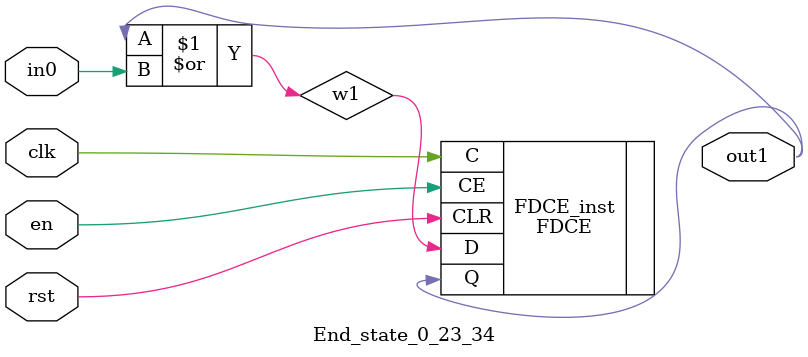
<source format=v>
module engine_0_23(out,clk,sod,en, in_3, in_4, in_5, in_6, in_7, in_9, in_12, in_13, in_15, in_16, in_17, in_18, in_19, in_21, in_29, in_30, in_35, in_38);
//pcre: /greenherbalteagirlholdingcup\d+\.gif/Ui
//block char: N[0], O[0], L[0], G[0], I[0], H[0], \x2E[8], \d[5], a[0], r[0], e[0], c[0], d[0], p[0], u[0], t[0], f[0], B[0], 

	input clk,sod,en;

	input in_3, in_4, in_5, in_6, in_7, in_9, in_12, in_13, in_15, in_16, in_17, in_18, in_19, in_21, in_29, in_30, in_35, in_38;
	output out;

	assign w0 = 1'b1;
	state_0_23_1 BlockState_0_23_1 (w1,in_6,clk,en,sod,w0);
	state_0_23_2 BlockState_0_23_2 (w2,in_16,clk,en,sod,w1);
	state_0_23_3 BlockState_0_23_3 (w3,in_17,clk,en,sod,w2);
	state_0_23_4 BlockState_0_23_4 (w4,in_17,clk,en,sod,w3);
	state_0_23_5 BlockState_0_23_5 (w5,in_3,clk,en,sod,w4);
	state_0_23_6 BlockState_0_23_6 (w6,in_9,clk,en,sod,w5);
	state_0_23_7 BlockState_0_23_7 (w7,in_17,clk,en,sod,w6);
	state_0_23_8 BlockState_0_23_8 (w8,in_16,clk,en,sod,w7);
	state_0_23_9 BlockState_0_23_9 (w9,in_38,clk,en,sod,w8);
	state_0_23_10 BlockState_0_23_10 (w10,in_15,clk,en,sod,w9);
	state_0_23_11 BlockState_0_23_11 (w11,in_5,clk,en,sod,w10);
	state_0_23_12 BlockState_0_23_12 (w12,in_30,clk,en,sod,w11);
	state_0_23_13 BlockState_0_23_13 (w13,in_17,clk,en,sod,w12);
	state_0_23_14 BlockState_0_23_14 (w14,in_15,clk,en,sod,w13);
	state_0_23_15 BlockState_0_23_15 (w15,in_6,clk,en,sod,w14);
	state_0_23_16 BlockState_0_23_16 (w16,in_7,clk,en,sod,w15);
	state_0_23_17 BlockState_0_23_17 (w17,in_16,clk,en,sod,w16);
	state_0_23_18 BlockState_0_23_18 (w18,in_5,clk,en,sod,w17);
	state_0_23_19 BlockState_0_23_19 (w19,in_9,clk,en,sod,w18);
	state_0_23_20 BlockState_0_23_20 (w20,in_4,clk,en,sod,w19);
	state_0_23_21 BlockState_0_23_21 (w21,in_5,clk,en,sod,w20);
	state_0_23_22 BlockState_0_23_22 (w22,in_19,clk,en,sod,w21);
	state_0_23_23 BlockState_0_23_23 (w23,in_7,clk,en,sod,w22);
	state_0_23_24 BlockState_0_23_24 (w24,in_3,clk,en,sod,w23);
	state_0_23_25 BlockState_0_23_25 (w25,in_6,clk,en,sod,w24);
	state_0_23_26 BlockState_0_23_26 (w26,in_18,clk,en,sod,w25);
	state_0_23_27 BlockState_0_23_27 (w27,in_29,clk,en,sod,w26);
	state_0_23_28 BlockState_0_23_28 (w28,in_21,clk,en,sod,w27);
	state_0_23_29 BlockState_0_23_29 (w29,in_13,clk,en,sod,w29,w28);
	state_0_23_30 BlockState_0_23_30 (w30,in_12,clk,en,sod,w29);
	state_0_23_31 BlockState_0_23_31 (w31,in_6,clk,en,sod,w30);
	state_0_23_32 BlockState_0_23_32 (w32,in_7,clk,en,sod,w31);
	state_0_23_33 BlockState_0_23_33 (w33,in_35,clk,en,sod,w32);
	End_state_0_23_34 BlockState_0_23_34 (out,clk,en,sod,w33);
endmodule

module state_0_23_1(out1,in_char,clk,en,rst,in0);
	input in_char,clk,en,rst,in0;
	output out1;
	wire w1,w2;
	assign w1 = in0; 
	and(w2,in_char,w1);
	FDCE #(.INIT(1'b0)) FDCE_inst (
		.Q(out1),
		.C(clk),
		.CE(en),
		.CLR(rst),
		.D(w2)
);
endmodule

module state_0_23_2(out1,in_char,clk,en,rst,in0);
	input in_char,clk,en,rst,in0;
	output out1;
	wire w1,w2;
	assign w1 = in0; 
	and(w2,in_char,w1);
	FDCE #(.INIT(1'b0)) FDCE_inst (
		.Q(out1),
		.C(clk),
		.CE(en),
		.CLR(rst),
		.D(w2)
);
endmodule

module state_0_23_3(out1,in_char,clk,en,rst,in0);
	input in_char,clk,en,rst,in0;
	output out1;
	wire w1,w2;
	assign w1 = in0; 
	and(w2,in_char,w1);
	FDCE #(.INIT(1'b0)) FDCE_inst (
		.Q(out1),
		.C(clk),
		.CE(en),
		.CLR(rst),
		.D(w2)
);
endmodule

module state_0_23_4(out1,in_char,clk,en,rst,in0);
	input in_char,clk,en,rst,in0;
	output out1;
	wire w1,w2;
	assign w1 = in0; 
	and(w2,in_char,w1);
	FDCE #(.INIT(1'b0)) FDCE_inst (
		.Q(out1),
		.C(clk),
		.CE(en),
		.CLR(rst),
		.D(w2)
);
endmodule

module state_0_23_5(out1,in_char,clk,en,rst,in0);
	input in_char,clk,en,rst,in0;
	output out1;
	wire w1,w2;
	assign w1 = in0; 
	and(w2,in_char,w1);
	FDCE #(.INIT(1'b0)) FDCE_inst (
		.Q(out1),
		.C(clk),
		.CE(en),
		.CLR(rst),
		.D(w2)
);
endmodule

module state_0_23_6(out1,in_char,clk,en,rst,in0);
	input in_char,clk,en,rst,in0;
	output out1;
	wire w1,w2;
	assign w1 = in0; 
	and(w2,in_char,w1);
	FDCE #(.INIT(1'b0)) FDCE_inst (
		.Q(out1),
		.C(clk),
		.CE(en),
		.CLR(rst),
		.D(w2)
);
endmodule

module state_0_23_7(out1,in_char,clk,en,rst,in0);
	input in_char,clk,en,rst,in0;
	output out1;
	wire w1,w2;
	assign w1 = in0; 
	and(w2,in_char,w1);
	FDCE #(.INIT(1'b0)) FDCE_inst (
		.Q(out1),
		.C(clk),
		.CE(en),
		.CLR(rst),
		.D(w2)
);
endmodule

module state_0_23_8(out1,in_char,clk,en,rst,in0);
	input in_char,clk,en,rst,in0;
	output out1;
	wire w1,w2;
	assign w1 = in0; 
	and(w2,in_char,w1);
	FDCE #(.INIT(1'b0)) FDCE_inst (
		.Q(out1),
		.C(clk),
		.CE(en),
		.CLR(rst),
		.D(w2)
);
endmodule

module state_0_23_9(out1,in_char,clk,en,rst,in0);
	input in_char,clk,en,rst,in0;
	output out1;
	wire w1,w2;
	assign w1 = in0; 
	and(w2,in_char,w1);
	FDCE #(.INIT(1'b0)) FDCE_inst (
		.Q(out1),
		.C(clk),
		.CE(en),
		.CLR(rst),
		.D(w2)
);
endmodule

module state_0_23_10(out1,in_char,clk,en,rst,in0);
	input in_char,clk,en,rst,in0;
	output out1;
	wire w1,w2;
	assign w1 = in0; 
	and(w2,in_char,w1);
	FDCE #(.INIT(1'b0)) FDCE_inst (
		.Q(out1),
		.C(clk),
		.CE(en),
		.CLR(rst),
		.D(w2)
);
endmodule

module state_0_23_11(out1,in_char,clk,en,rst,in0);
	input in_char,clk,en,rst,in0;
	output out1;
	wire w1,w2;
	assign w1 = in0; 
	and(w2,in_char,w1);
	FDCE #(.INIT(1'b0)) FDCE_inst (
		.Q(out1),
		.C(clk),
		.CE(en),
		.CLR(rst),
		.D(w2)
);
endmodule

module state_0_23_12(out1,in_char,clk,en,rst,in0);
	input in_char,clk,en,rst,in0;
	output out1;
	wire w1,w2;
	assign w1 = in0; 
	and(w2,in_char,w1);
	FDCE #(.INIT(1'b0)) FDCE_inst (
		.Q(out1),
		.C(clk),
		.CE(en),
		.CLR(rst),
		.D(w2)
);
endmodule

module state_0_23_13(out1,in_char,clk,en,rst,in0);
	input in_char,clk,en,rst,in0;
	output out1;
	wire w1,w2;
	assign w1 = in0; 
	and(w2,in_char,w1);
	FDCE #(.INIT(1'b0)) FDCE_inst (
		.Q(out1),
		.C(clk),
		.CE(en),
		.CLR(rst),
		.D(w2)
);
endmodule

module state_0_23_14(out1,in_char,clk,en,rst,in0);
	input in_char,clk,en,rst,in0;
	output out1;
	wire w1,w2;
	assign w1 = in0; 
	and(w2,in_char,w1);
	FDCE #(.INIT(1'b0)) FDCE_inst (
		.Q(out1),
		.C(clk),
		.CE(en),
		.CLR(rst),
		.D(w2)
);
endmodule

module state_0_23_15(out1,in_char,clk,en,rst,in0);
	input in_char,clk,en,rst,in0;
	output out1;
	wire w1,w2;
	assign w1 = in0; 
	and(w2,in_char,w1);
	FDCE #(.INIT(1'b0)) FDCE_inst (
		.Q(out1),
		.C(clk),
		.CE(en),
		.CLR(rst),
		.D(w2)
);
endmodule

module state_0_23_16(out1,in_char,clk,en,rst,in0);
	input in_char,clk,en,rst,in0;
	output out1;
	wire w1,w2;
	assign w1 = in0; 
	and(w2,in_char,w1);
	FDCE #(.INIT(1'b0)) FDCE_inst (
		.Q(out1),
		.C(clk),
		.CE(en),
		.CLR(rst),
		.D(w2)
);
endmodule

module state_0_23_17(out1,in_char,clk,en,rst,in0);
	input in_char,clk,en,rst,in0;
	output out1;
	wire w1,w2;
	assign w1 = in0; 
	and(w2,in_char,w1);
	FDCE #(.INIT(1'b0)) FDCE_inst (
		.Q(out1),
		.C(clk),
		.CE(en),
		.CLR(rst),
		.D(w2)
);
endmodule

module state_0_23_18(out1,in_char,clk,en,rst,in0);
	input in_char,clk,en,rst,in0;
	output out1;
	wire w1,w2;
	assign w1 = in0; 
	and(w2,in_char,w1);
	FDCE #(.INIT(1'b0)) FDCE_inst (
		.Q(out1),
		.C(clk),
		.CE(en),
		.CLR(rst),
		.D(w2)
);
endmodule

module state_0_23_19(out1,in_char,clk,en,rst,in0);
	input in_char,clk,en,rst,in0;
	output out1;
	wire w1,w2;
	assign w1 = in0; 
	and(w2,in_char,w1);
	FDCE #(.INIT(1'b0)) FDCE_inst (
		.Q(out1),
		.C(clk),
		.CE(en),
		.CLR(rst),
		.D(w2)
);
endmodule

module state_0_23_20(out1,in_char,clk,en,rst,in0);
	input in_char,clk,en,rst,in0;
	output out1;
	wire w1,w2;
	assign w1 = in0; 
	and(w2,in_char,w1);
	FDCE #(.INIT(1'b0)) FDCE_inst (
		.Q(out1),
		.C(clk),
		.CE(en),
		.CLR(rst),
		.D(w2)
);
endmodule

module state_0_23_21(out1,in_char,clk,en,rst,in0);
	input in_char,clk,en,rst,in0;
	output out1;
	wire w1,w2;
	assign w1 = in0; 
	and(w2,in_char,w1);
	FDCE #(.INIT(1'b0)) FDCE_inst (
		.Q(out1),
		.C(clk),
		.CE(en),
		.CLR(rst),
		.D(w2)
);
endmodule

module state_0_23_22(out1,in_char,clk,en,rst,in0);
	input in_char,clk,en,rst,in0;
	output out1;
	wire w1,w2;
	assign w1 = in0; 
	and(w2,in_char,w1);
	FDCE #(.INIT(1'b0)) FDCE_inst (
		.Q(out1),
		.C(clk),
		.CE(en),
		.CLR(rst),
		.D(w2)
);
endmodule

module state_0_23_23(out1,in_char,clk,en,rst,in0);
	input in_char,clk,en,rst,in0;
	output out1;
	wire w1,w2;
	assign w1 = in0; 
	and(w2,in_char,w1);
	FDCE #(.INIT(1'b0)) FDCE_inst (
		.Q(out1),
		.C(clk),
		.CE(en),
		.CLR(rst),
		.D(w2)
);
endmodule

module state_0_23_24(out1,in_char,clk,en,rst,in0);
	input in_char,clk,en,rst,in0;
	output out1;
	wire w1,w2;
	assign w1 = in0; 
	and(w2,in_char,w1);
	FDCE #(.INIT(1'b0)) FDCE_inst (
		.Q(out1),
		.C(clk),
		.CE(en),
		.CLR(rst),
		.D(w2)
);
endmodule

module state_0_23_25(out1,in_char,clk,en,rst,in0);
	input in_char,clk,en,rst,in0;
	output out1;
	wire w1,w2;
	assign w1 = in0; 
	and(w2,in_char,w1);
	FDCE #(.INIT(1'b0)) FDCE_inst (
		.Q(out1),
		.C(clk),
		.CE(en),
		.CLR(rst),
		.D(w2)
);
endmodule

module state_0_23_26(out1,in_char,clk,en,rst,in0);
	input in_char,clk,en,rst,in0;
	output out1;
	wire w1,w2;
	assign w1 = in0; 
	and(w2,in_char,w1);
	FDCE #(.INIT(1'b0)) FDCE_inst (
		.Q(out1),
		.C(clk),
		.CE(en),
		.CLR(rst),
		.D(w2)
);
endmodule

module state_0_23_27(out1,in_char,clk,en,rst,in0);
	input in_char,clk,en,rst,in0;
	output out1;
	wire w1,w2;
	assign w1 = in0; 
	and(w2,in_char,w1);
	FDCE #(.INIT(1'b0)) FDCE_inst (
		.Q(out1),
		.C(clk),
		.CE(en),
		.CLR(rst),
		.D(w2)
);
endmodule

module state_0_23_28(out1,in_char,clk,en,rst,in0);
	input in_char,clk,en,rst,in0;
	output out1;
	wire w1,w2;
	assign w1 = in0; 
	and(w2,in_char,w1);
	FDCE #(.INIT(1'b0)) FDCE_inst (
		.Q(out1),
		.C(clk),
		.CE(en),
		.CLR(rst),
		.D(w2)
);
endmodule

module state_0_23_29(out1,in_char,clk,en,rst,in0,in1);
	input in_char,clk,en,rst,in0,in1;
	output out1;
	wire w1,w2;
	or(w1,in0,in1);
	and(w2,in_char,w1);
	FDCE #(.INIT(1'b0)) FDCE_inst (
		.Q(out1),
		.C(clk),
		.CE(en),
		.CLR(rst),
		.D(w2)
);
endmodule

module state_0_23_30(out1,in_char,clk,en,rst,in0);
	input in_char,clk,en,rst,in0;
	output out1;
	wire w1,w2;
	assign w1 = in0; 
	and(w2,in_char,w1);
	FDCE #(.INIT(1'b0)) FDCE_inst (
		.Q(out1),
		.C(clk),
		.CE(en),
		.CLR(rst),
		.D(w2)
);
endmodule

module state_0_23_31(out1,in_char,clk,en,rst,in0);
	input in_char,clk,en,rst,in0;
	output out1;
	wire w1,w2;
	assign w1 = in0; 
	and(w2,in_char,w1);
	FDCE #(.INIT(1'b0)) FDCE_inst (
		.Q(out1),
		.C(clk),
		.CE(en),
		.CLR(rst),
		.D(w2)
);
endmodule

module state_0_23_32(out1,in_char,clk,en,rst,in0);
	input in_char,clk,en,rst,in0;
	output out1;
	wire w1,w2;
	assign w1 = in0; 
	and(w2,in_char,w1);
	FDCE #(.INIT(1'b0)) FDCE_inst (
		.Q(out1),
		.C(clk),
		.CE(en),
		.CLR(rst),
		.D(w2)
);
endmodule

module state_0_23_33(out1,in_char,clk,en,rst,in0);
	input in_char,clk,en,rst,in0;
	output out1;
	wire w1,w2;
	assign w1 = in0; 
	and(w2,in_char,w1);
	FDCE #(.INIT(1'b0)) FDCE_inst (
		.Q(out1),
		.C(clk),
		.CE(en),
		.CLR(rst),
		.D(w2)
);
endmodule

module End_state_0_23_34(out1,clk,en,rst,in0);
	input clk,rst,en,in0;
	output out1;
	wire w1;
	or(w1,out1,in0);
	FDCE #(.INIT(1'b0)) FDCE_inst (
		.Q(out1),
		.C(clk),
		.CE(en),
		.CLR(rst),
		.D(w1)
);
endmodule


</source>
